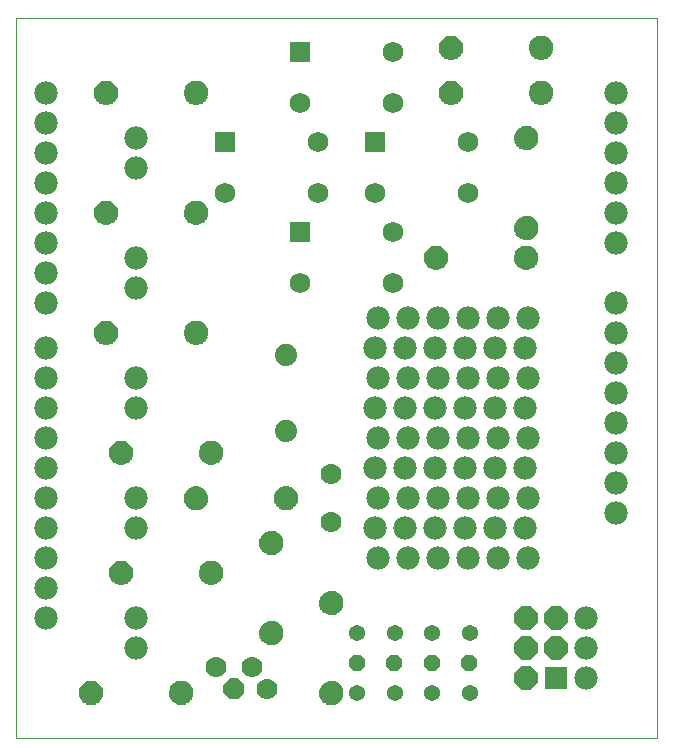
<source format=gbs>
G75*
%MOIN*%
%OFA0B0*%
%FSLAX24Y24*%
%IPPOS*%
%LPD*%
%AMOC8*
5,1,8,0,0,1.08239X$1,22.5*
%
%ADD10C,0.0000*%
%ADD11C,0.0780*%
%ADD12C,0.0050*%
%ADD13C,0.0740*%
%ADD14R,0.0690X0.0690*%
%ADD15C,0.0690*%
%ADD16OC8,0.0540*%
%ADD17C,0.0540*%
%ADD18C,0.0700*%
%ADD19R,0.0780X0.0780*%
%ADD20OC8,0.0780*%
%ADD21OC8,0.0700*%
D10*
X010333Y007000D02*
X010333Y030996D01*
X031703Y030996D01*
X031703Y007000D01*
X010333Y007000D01*
D11*
X014333Y010000D03*
X014333Y011000D03*
X011333Y011000D03*
X011333Y012000D03*
X011333Y013000D03*
X011333Y014000D03*
X011333Y015000D03*
X011333Y016000D03*
X011333Y017000D03*
X011333Y018000D03*
X011333Y019000D03*
X011333Y020000D03*
X011333Y021500D03*
X011333Y022500D03*
X011333Y023500D03*
X011333Y024500D03*
X011333Y025500D03*
X011333Y026500D03*
X011333Y027500D03*
X011333Y028500D03*
X014333Y027000D03*
X014333Y026000D03*
X014333Y023000D03*
X014333Y022000D03*
X014333Y019000D03*
X014333Y018000D03*
X014333Y015000D03*
X014333Y014000D03*
X022283Y014000D03*
X023283Y014000D03*
X024283Y014000D03*
X025283Y014000D03*
X026283Y014000D03*
X027283Y014000D03*
X027383Y015000D03*
X026383Y015000D03*
X025383Y015000D03*
X024383Y015000D03*
X023383Y015000D03*
X022383Y015000D03*
X022283Y016000D03*
X023283Y016000D03*
X024283Y016000D03*
X025283Y016000D03*
X026283Y016000D03*
X027283Y016000D03*
X027383Y017000D03*
X026383Y017000D03*
X025383Y017000D03*
X024383Y017000D03*
X023383Y017000D03*
X022383Y017000D03*
X022283Y018000D03*
X023283Y018000D03*
X024283Y018000D03*
X025283Y018000D03*
X026283Y018000D03*
X027283Y018000D03*
X027383Y019000D03*
X026383Y019000D03*
X025383Y019000D03*
X024383Y019000D03*
X023383Y019000D03*
X022383Y019000D03*
X022283Y020000D03*
X023283Y020000D03*
X024283Y020000D03*
X025283Y020000D03*
X026283Y020000D03*
X027283Y020000D03*
X027383Y021000D03*
X026383Y021000D03*
X025383Y021000D03*
X024383Y021000D03*
X023383Y021000D03*
X022383Y021000D03*
X030333Y020500D03*
X030333Y019500D03*
X030333Y018500D03*
X030333Y017500D03*
X030333Y016500D03*
X030333Y015500D03*
X030333Y014500D03*
X027383Y013000D03*
X026383Y013000D03*
X025383Y013000D03*
X024383Y013000D03*
X023383Y013000D03*
X022383Y013000D03*
X029333Y011000D03*
X029333Y010000D03*
X029333Y009000D03*
X030333Y021500D03*
X030333Y023500D03*
X030333Y024500D03*
X030333Y025500D03*
X030333Y026500D03*
X030333Y027500D03*
X030333Y028500D03*
D12*
X028210Y028493D02*
X028202Y028421D01*
X028181Y028352D01*
X028146Y028289D01*
X028099Y028233D01*
X028043Y028188D01*
X027979Y028155D01*
X027909Y028134D01*
X027837Y028128D01*
X027765Y028134D01*
X027695Y028154D01*
X027630Y028188D01*
X027574Y028233D01*
X027527Y028289D01*
X027492Y028352D01*
X027469Y028422D01*
X027461Y028494D01*
X027466Y028560D01*
X027483Y028624D01*
X027510Y028684D01*
X027547Y028739D01*
X027593Y028786D01*
X027647Y028825D01*
X027707Y028854D01*
X027770Y028871D01*
X027836Y028878D01*
X027902Y028871D01*
X027966Y028853D01*
X028025Y028824D01*
X028079Y028786D01*
X028125Y028738D01*
X028162Y028683D01*
X028189Y028623D01*
X028206Y028559D01*
X028210Y028493D01*
X028208Y028470D02*
X027464Y028470D01*
X027463Y028518D02*
X028209Y028518D01*
X028204Y028567D02*
X027468Y028567D01*
X027480Y028615D02*
X028191Y028615D01*
X028171Y028664D02*
X027501Y028664D01*
X027529Y028712D02*
X028143Y028712D01*
X028103Y028761D02*
X027568Y028761D01*
X027625Y028809D02*
X028047Y028809D01*
X027950Y028858D02*
X027721Y028858D01*
X027470Y028421D02*
X028202Y028421D01*
X028187Y028373D02*
X027485Y028373D01*
X027507Y028324D02*
X028165Y028324D01*
X028135Y028276D02*
X027538Y028276D01*
X027581Y028227D02*
X028092Y028227D01*
X028025Y028179D02*
X027648Y028179D01*
X027812Y028130D02*
X027862Y028130D01*
X027454Y027354D02*
X027390Y027370D01*
X027324Y027375D01*
X027252Y027367D01*
X027183Y027345D01*
X027119Y027310D01*
X027063Y027263D01*
X027018Y027206D01*
X026985Y027141D01*
X026964Y027071D01*
X026958Y026999D01*
X026965Y026927D01*
X026985Y026857D01*
X027018Y026793D01*
X027064Y026737D01*
X027119Y026690D01*
X027182Y026656D01*
X027251Y026634D01*
X027323Y026626D01*
X027389Y026631D01*
X027453Y026647D01*
X027514Y026674D01*
X027569Y026711D01*
X027616Y026757D01*
X027655Y026811D01*
X027684Y026871D01*
X027702Y026934D01*
X027708Y027000D01*
X027702Y027066D01*
X027684Y027130D01*
X027655Y027189D01*
X027617Y027243D01*
X027569Y027289D01*
X027515Y027326D01*
X027454Y027354D01*
X027452Y027354D02*
X027212Y027354D01*
X027114Y027306D02*
X027545Y027306D01*
X027602Y027257D02*
X027059Y027257D01*
X027020Y027209D02*
X027641Y027209D01*
X027669Y027160D02*
X026994Y027160D01*
X026976Y027112D02*
X027689Y027112D01*
X027702Y027063D02*
X026964Y027063D01*
X026960Y027015D02*
X027707Y027015D01*
X027705Y026966D02*
X026961Y026966D01*
X026967Y026918D02*
X027697Y026918D01*
X027683Y026869D02*
X026981Y026869D01*
X027004Y026821D02*
X027659Y026821D01*
X027627Y026772D02*
X027035Y026772D01*
X027079Y026724D02*
X027581Y026724D01*
X027515Y026675D02*
X027147Y026675D01*
X027317Y026627D02*
X027332Y026627D01*
X025143Y028286D02*
X025096Y028230D01*
X025040Y028185D01*
X024976Y028152D01*
X024906Y028131D01*
X024834Y028125D01*
X024762Y028131D01*
X024692Y028151D01*
X024627Y028185D01*
X024571Y028230D01*
X024524Y028286D01*
X024489Y028349D01*
X024466Y028419D01*
X024458Y028491D01*
X024463Y028557D01*
X024480Y028621D01*
X024507Y028681D01*
X024544Y028736D01*
X024590Y028783D01*
X024644Y028822D01*
X024704Y028851D01*
X024768Y028868D01*
X024833Y028875D01*
X024899Y028868D01*
X024963Y028850D01*
X025022Y028821D01*
X025076Y028783D01*
X025122Y028735D01*
X025159Y028681D01*
X025186Y028620D01*
X025203Y028556D01*
X025207Y028490D01*
X025199Y028418D01*
X025178Y028349D01*
X025143Y028286D01*
X025135Y028276D02*
X024532Y028276D01*
X024502Y028324D02*
X025164Y028324D01*
X025185Y028373D02*
X024481Y028373D01*
X024466Y028421D02*
X025200Y028421D01*
X025205Y028470D02*
X024461Y028470D01*
X024460Y028518D02*
X025205Y028518D01*
X025200Y028567D02*
X024466Y028567D01*
X024478Y028615D02*
X025188Y028615D01*
X025167Y028664D02*
X024499Y028664D01*
X024528Y028712D02*
X025138Y028712D01*
X025097Y028761D02*
X024568Y028761D01*
X024626Y028809D02*
X025039Y028809D01*
X024937Y028858D02*
X024729Y028858D01*
X024574Y028227D02*
X025093Y028227D01*
X025028Y028179D02*
X024639Y028179D01*
X024774Y028130D02*
X024893Y028130D01*
X024834Y029625D02*
X024906Y029631D01*
X024976Y029652D01*
X025040Y029685D01*
X025096Y029730D01*
X025143Y029786D01*
X025178Y029849D01*
X025199Y029918D01*
X025207Y029990D01*
X025203Y030056D01*
X025186Y030120D01*
X025159Y030181D01*
X025122Y030235D01*
X025076Y030283D01*
X025022Y030321D01*
X024963Y030350D01*
X024899Y030368D01*
X024833Y030375D01*
X024768Y030368D01*
X024704Y030351D01*
X024644Y030322D01*
X024590Y030283D01*
X024544Y030236D01*
X024507Y030181D01*
X024480Y030121D01*
X024463Y030057D01*
X024458Y029991D01*
X024466Y029919D01*
X024489Y029849D01*
X024524Y029786D01*
X024571Y029730D01*
X024627Y029685D01*
X024692Y029651D01*
X024762Y029631D01*
X024834Y029625D01*
X024914Y029634D02*
X024753Y029634D01*
X024632Y029682D02*
X025035Y029682D01*
X025097Y029731D02*
X024570Y029731D01*
X024529Y029779D02*
X025138Y029779D01*
X025166Y029828D02*
X024501Y029828D01*
X024480Y029876D02*
X025186Y029876D01*
X025200Y029925D02*
X024466Y029925D01*
X024460Y029973D02*
X025206Y029973D01*
X025205Y030022D02*
X024461Y030022D01*
X024467Y030070D02*
X025199Y030070D01*
X025187Y030119D02*
X024479Y030119D01*
X024501Y030167D02*
X025165Y030167D01*
X025135Y030216D02*
X024530Y030216D01*
X024572Y030264D02*
X025094Y030264D01*
X025035Y030313D02*
X024631Y030313D01*
X024741Y030361D02*
X024924Y030361D01*
X027466Y030060D02*
X027483Y030124D01*
X027510Y030184D01*
X027547Y030239D01*
X027593Y030286D01*
X027647Y030325D01*
X027707Y030354D01*
X027770Y030371D01*
X027836Y030378D01*
X027902Y030371D01*
X027966Y030353D01*
X028025Y030324D01*
X028079Y030286D01*
X028125Y030238D01*
X028162Y030183D01*
X028189Y030123D01*
X028206Y030059D01*
X028210Y029993D01*
X028202Y029921D01*
X028181Y029852D01*
X028146Y029789D01*
X028099Y029733D01*
X028043Y029688D01*
X027979Y029655D01*
X027909Y029634D01*
X027837Y029628D01*
X027765Y029634D01*
X027695Y029654D01*
X027630Y029688D01*
X027574Y029733D01*
X027527Y029789D01*
X027492Y029852D01*
X027469Y029922D01*
X027461Y029994D01*
X027466Y030060D01*
X027469Y030070D02*
X028203Y030070D01*
X028208Y030022D02*
X027463Y030022D01*
X027464Y029973D02*
X028208Y029973D01*
X028203Y029925D02*
X027469Y029925D01*
X027484Y029876D02*
X028188Y029876D01*
X028167Y029828D02*
X027505Y029828D01*
X027535Y029779D02*
X028138Y029779D01*
X028096Y029731D02*
X027577Y029731D01*
X027641Y029682D02*
X028032Y029682D01*
X027902Y029634D02*
X027771Y029634D01*
X027481Y030119D02*
X028190Y030119D01*
X028170Y030167D02*
X027502Y030167D01*
X027531Y030216D02*
X028140Y030216D01*
X028100Y030264D02*
X027572Y030264D01*
X027630Y030313D02*
X028042Y030313D01*
X027938Y030361D02*
X027734Y030361D01*
X027327Y024372D02*
X027393Y024367D01*
X027457Y024351D01*
X027518Y024323D01*
X027572Y024286D01*
X027620Y024240D01*
X027658Y024186D01*
X027687Y024127D01*
X027705Y024063D01*
X027711Y023997D01*
X027705Y023931D01*
X027687Y023868D01*
X027658Y023808D01*
X027619Y023754D01*
X027572Y023708D01*
X027517Y023671D01*
X027456Y023644D01*
X027392Y023628D01*
X027326Y023623D01*
X027254Y023631D01*
X027185Y023653D01*
X027122Y023687D01*
X027067Y023734D01*
X027021Y023790D01*
X026988Y023854D01*
X026968Y023924D01*
X026961Y023996D01*
X026967Y024068D01*
X026988Y024138D01*
X027021Y024203D01*
X027066Y024260D01*
X027122Y024307D01*
X027186Y024342D01*
X027255Y024364D01*
X027327Y024372D01*
X027202Y024347D02*
X027465Y024347D01*
X027554Y024299D02*
X027113Y024299D01*
X027059Y024250D02*
X027609Y024250D01*
X027647Y024202D02*
X027020Y024202D01*
X026995Y024153D02*
X027674Y024153D01*
X027693Y024105D02*
X026978Y024105D01*
X026966Y024056D02*
X027705Y024056D01*
X027710Y024008D02*
X026962Y024008D01*
X026965Y023959D02*
X027707Y023959D01*
X027699Y023911D02*
X026972Y023911D01*
X026986Y023862D02*
X027684Y023862D01*
X027660Y023814D02*
X027009Y023814D01*
X027041Y023765D02*
X027627Y023765D01*
X027580Y023717D02*
X027087Y023717D01*
X027157Y023668D02*
X027510Y023668D01*
X027402Y023371D02*
X027466Y023353D01*
X027525Y023324D01*
X027579Y023286D01*
X027625Y023238D01*
X027662Y023183D01*
X027009Y023183D01*
X027010Y023184D02*
X027047Y023239D01*
X027093Y023286D01*
X027147Y023325D01*
X027207Y023354D01*
X027270Y023371D01*
X027336Y023378D01*
X027402Y023371D01*
X027345Y023377D02*
X027327Y023377D01*
X027155Y023329D02*
X027517Y023329D01*
X027584Y023280D02*
X027087Y023280D01*
X027042Y023232D02*
X027630Y023232D01*
X027662Y023183D02*
X027689Y023123D01*
X027706Y023059D01*
X027710Y022993D01*
X027702Y022921D01*
X027681Y022852D01*
X027646Y022789D01*
X027599Y022733D01*
X027543Y022688D01*
X027479Y022655D01*
X027409Y022634D01*
X027337Y022628D01*
X027265Y022634D01*
X027195Y022654D01*
X027130Y022688D01*
X027074Y022733D01*
X027027Y022789D01*
X026992Y022852D01*
X026969Y022922D01*
X026961Y022994D01*
X026966Y023060D01*
X026983Y023124D01*
X027010Y023184D01*
X026987Y023135D02*
X027684Y023135D01*
X027699Y023086D02*
X026973Y023086D01*
X026965Y023038D02*
X027707Y023038D01*
X027710Y022989D02*
X026962Y022989D01*
X026967Y022941D02*
X027705Y022941D01*
X027693Y022892D02*
X026979Y022892D01*
X026996Y022844D02*
X027676Y022844D01*
X027649Y022795D02*
X027023Y022795D01*
X027062Y022747D02*
X027611Y022747D01*
X027556Y022698D02*
X027117Y022698D01*
X027211Y022650D02*
X027462Y022650D01*
X024702Y022941D02*
X023964Y022941D01*
X023966Y022919D02*
X023958Y022991D01*
X023963Y023057D01*
X023980Y023121D01*
X024007Y023181D01*
X024044Y023236D01*
X024090Y023283D01*
X024144Y023322D01*
X024204Y023351D01*
X024268Y023368D01*
X024333Y023375D01*
X024399Y023368D01*
X024463Y023350D01*
X024522Y023321D01*
X024576Y023283D01*
X024622Y023235D01*
X024659Y023181D01*
X024686Y023120D01*
X024703Y023056D01*
X024707Y022990D01*
X024699Y022918D01*
X024678Y022849D01*
X024643Y022786D01*
X024596Y022730D01*
X024540Y022685D01*
X024476Y022652D01*
X024406Y022631D01*
X024334Y022625D01*
X024262Y022631D01*
X024192Y022651D01*
X024127Y022685D01*
X024071Y022730D01*
X024024Y022786D01*
X023989Y022849D01*
X023966Y022919D01*
X023975Y022892D02*
X024691Y022892D01*
X024675Y022844D02*
X023992Y022844D01*
X024018Y022795D02*
X024648Y022795D01*
X024610Y022747D02*
X024057Y022747D01*
X024111Y022698D02*
X024556Y022698D01*
X024469Y022650D02*
X024198Y022650D01*
X023959Y022989D02*
X024707Y022989D01*
X024704Y023038D02*
X023962Y023038D01*
X023971Y023086D02*
X024695Y023086D01*
X024680Y023135D02*
X023986Y023135D01*
X024008Y023183D02*
X024657Y023183D01*
X024625Y023232D02*
X024041Y023232D01*
X024087Y023280D02*
X024579Y023280D01*
X024508Y023329D02*
X024158Y023329D01*
X016702Y024421D02*
X016681Y024352D01*
X016646Y024289D01*
X016599Y024233D01*
X016543Y024188D01*
X016479Y024155D01*
X016409Y024134D01*
X016337Y024128D01*
X016265Y024134D01*
X016195Y024154D01*
X016130Y024188D01*
X016074Y024233D01*
X016027Y024289D01*
X015992Y024352D01*
X015969Y024422D01*
X015961Y024494D01*
X015966Y024560D01*
X015983Y024624D01*
X016010Y024684D01*
X016047Y024739D01*
X016093Y024786D01*
X016147Y024825D01*
X016207Y024854D01*
X016270Y024871D01*
X016336Y024878D01*
X016402Y024871D01*
X016466Y024853D01*
X016525Y024824D01*
X016579Y024786D01*
X016625Y024738D01*
X016662Y024683D01*
X016689Y024623D01*
X016706Y024559D01*
X016710Y024493D01*
X016702Y024421D01*
X016705Y024444D02*
X015967Y024444D01*
X015962Y024493D02*
X016710Y024493D01*
X016707Y024541D02*
X015965Y024541D01*
X015974Y024590D02*
X016698Y024590D01*
X016683Y024638D02*
X015989Y024638D01*
X016011Y024687D02*
X016660Y024687D01*
X016627Y024735D02*
X016045Y024735D01*
X016091Y024784D02*
X016581Y024784D01*
X016509Y024832D02*
X016162Y024832D01*
X015978Y024396D02*
X016694Y024396D01*
X016678Y024347D02*
X015994Y024347D01*
X016021Y024299D02*
X016651Y024299D01*
X016614Y024250D02*
X016059Y024250D01*
X016113Y024202D02*
X016560Y024202D01*
X016474Y024153D02*
X016199Y024153D01*
X013699Y024418D02*
X013678Y024349D01*
X013643Y024286D01*
X013596Y024230D01*
X013540Y024185D01*
X013476Y024152D01*
X013406Y024131D01*
X013334Y024125D01*
X013262Y024131D01*
X013192Y024151D01*
X013127Y024185D01*
X013071Y024230D01*
X013024Y024286D01*
X012989Y024349D01*
X012966Y024419D01*
X012958Y024491D01*
X012963Y024557D01*
X012980Y024621D01*
X013007Y024681D01*
X013044Y024736D01*
X013090Y024783D01*
X013144Y024822D01*
X013204Y024851D01*
X013268Y024868D01*
X013333Y024875D01*
X013399Y024868D01*
X013463Y024850D01*
X013522Y024821D01*
X013576Y024783D01*
X013622Y024735D01*
X013044Y024735D01*
X013011Y024687D02*
X013655Y024687D01*
X013659Y024681D02*
X013686Y024620D01*
X013703Y024556D01*
X013707Y024490D01*
X013699Y024418D01*
X013692Y024396D02*
X012974Y024396D01*
X012964Y024444D02*
X013702Y024444D01*
X013707Y024493D02*
X012958Y024493D01*
X012962Y024541D02*
X013704Y024541D01*
X013694Y024590D02*
X012972Y024590D01*
X012987Y024638D02*
X013678Y024638D01*
X013659Y024681D02*
X013622Y024735D01*
X013575Y024784D02*
X013091Y024784D01*
X013165Y024832D02*
X013500Y024832D01*
X013677Y024347D02*
X012990Y024347D01*
X013017Y024299D02*
X013650Y024299D01*
X013613Y024250D02*
X013054Y024250D01*
X013106Y024202D02*
X013561Y024202D01*
X013479Y024153D02*
X013189Y024153D01*
X013333Y020875D02*
X013268Y020868D01*
X013204Y020851D01*
X013144Y020822D01*
X013090Y020783D01*
X013044Y020736D01*
X013007Y020681D01*
X012980Y020621D01*
X012963Y020557D01*
X012958Y020491D01*
X012966Y020419D01*
X012989Y020349D01*
X013024Y020286D01*
X013071Y020230D01*
X013127Y020185D01*
X013192Y020151D01*
X013262Y020131D01*
X013334Y020125D01*
X013406Y020131D01*
X013476Y020152D01*
X013540Y020185D01*
X013596Y020230D01*
X013643Y020286D01*
X013678Y020349D01*
X013699Y020418D01*
X013707Y020490D01*
X013703Y020556D01*
X013686Y020620D01*
X013659Y020681D01*
X013622Y020735D01*
X013576Y020783D01*
X013522Y020821D01*
X013463Y020850D01*
X013399Y020868D01*
X013333Y020875D01*
X013220Y020855D02*
X013446Y020855D01*
X013543Y020807D02*
X013123Y020807D01*
X013066Y020758D02*
X013600Y020758D01*
X013640Y020710D02*
X013026Y020710D01*
X012998Y020661D02*
X013668Y020661D01*
X013688Y020613D02*
X012978Y020613D01*
X012965Y020564D02*
X013700Y020564D01*
X013705Y020516D02*
X012960Y020516D01*
X012961Y020467D02*
X013705Y020467D01*
X013700Y020419D02*
X012967Y020419D01*
X012982Y020370D02*
X013684Y020370D01*
X013663Y020322D02*
X013004Y020322D01*
X013034Y020273D02*
X013632Y020273D01*
X013589Y020225D02*
X013077Y020225D01*
X013144Y020176D02*
X013523Y020176D01*
X013364Y020128D02*
X013304Y020128D01*
X015969Y020422D02*
X015961Y020494D01*
X015966Y020560D01*
X015983Y020624D01*
X016010Y020684D01*
X016047Y020739D01*
X016093Y020786D01*
X016147Y020825D01*
X016207Y020854D01*
X016270Y020871D01*
X016336Y020878D01*
X016402Y020871D01*
X016466Y020853D01*
X016525Y020824D01*
X016579Y020786D01*
X016625Y020738D01*
X016662Y020683D01*
X016689Y020623D01*
X016706Y020559D01*
X016710Y020493D01*
X016702Y020421D01*
X016681Y020352D01*
X016646Y020289D01*
X016599Y020233D01*
X016543Y020188D01*
X016479Y020155D01*
X016409Y020134D01*
X016337Y020128D01*
X016265Y020134D01*
X016195Y020154D01*
X016130Y020188D01*
X016074Y020233D01*
X016027Y020289D01*
X015992Y020352D01*
X015969Y020422D01*
X015970Y020419D02*
X016702Y020419D01*
X016708Y020467D02*
X015964Y020467D01*
X015963Y020516D02*
X016709Y020516D01*
X016704Y020564D02*
X015967Y020564D01*
X015980Y020613D02*
X016692Y020613D01*
X016672Y020661D02*
X015999Y020661D01*
X016027Y020710D02*
X016645Y020710D01*
X016606Y020758D02*
X016066Y020758D01*
X016122Y020807D02*
X016550Y020807D01*
X016459Y020855D02*
X016212Y020855D01*
X015986Y020370D02*
X016686Y020370D01*
X016664Y020322D02*
X016009Y020322D01*
X016040Y020273D02*
X016633Y020273D01*
X016589Y020225D02*
X016084Y020225D01*
X016153Y020176D02*
X016520Y020176D01*
X016836Y016878D02*
X016902Y016871D01*
X016966Y016853D01*
X017025Y016824D01*
X017079Y016786D01*
X017125Y016738D01*
X017162Y016683D01*
X017189Y016623D01*
X017206Y016559D01*
X017210Y016493D01*
X017202Y016421D01*
X017181Y016352D01*
X017146Y016289D01*
X017099Y016233D01*
X017043Y016188D01*
X016979Y016155D01*
X016909Y016134D01*
X016837Y016128D01*
X016765Y016134D01*
X016695Y016154D01*
X016630Y016188D01*
X016574Y016233D01*
X016527Y016289D01*
X016492Y016352D01*
X016469Y016422D01*
X016461Y016494D01*
X016466Y016560D01*
X016483Y016624D01*
X016510Y016684D01*
X017162Y016684D01*
X017184Y016636D02*
X016488Y016636D01*
X016473Y016587D02*
X017198Y016587D01*
X017207Y016539D02*
X016465Y016539D01*
X016462Y016490D02*
X017210Y016490D01*
X017205Y016442D02*
X016467Y016442D01*
X016479Y016393D02*
X017194Y016393D01*
X017177Y016345D02*
X016496Y016345D01*
X016523Y016296D02*
X017150Y016296D01*
X017111Y016248D02*
X016561Y016248D01*
X016616Y016199D02*
X017057Y016199D01*
X016965Y016151D02*
X016708Y016151D01*
X016510Y016684D02*
X016547Y016739D01*
X016593Y016786D01*
X016647Y016825D01*
X016707Y016854D01*
X016770Y016871D01*
X016836Y016878D01*
X016657Y016830D02*
X017015Y016830D01*
X017083Y016781D02*
X016588Y016781D01*
X016543Y016733D02*
X017129Y016733D01*
X016472Y015346D02*
X016536Y015312D01*
X016593Y015267D01*
X016640Y015211D01*
X016675Y015148D01*
X016697Y015078D01*
X016705Y015006D01*
X016700Y014940D01*
X016684Y014876D01*
X016657Y014816D01*
X016619Y014761D01*
X016573Y014714D01*
X016519Y014675D01*
X016460Y014646D01*
X016396Y014629D01*
X016330Y014622D01*
X016265Y014629D01*
X016201Y014647D01*
X016141Y014676D01*
X016088Y014714D01*
X016042Y014762D01*
X016004Y014817D01*
X015977Y014877D01*
X015961Y014941D01*
X015956Y015007D01*
X015964Y015079D01*
X015986Y015148D01*
X016021Y015211D01*
X016067Y015267D01*
X016124Y015312D01*
X016188Y015345D01*
X016257Y015366D01*
X016329Y015372D01*
X016402Y015366D01*
X016472Y015346D01*
X016510Y015326D02*
X016151Y015326D01*
X016081Y015278D02*
X016580Y015278D01*
X016625Y015229D02*
X016036Y015229D01*
X016004Y015181D02*
X016657Y015181D01*
X016680Y015132D02*
X015981Y015132D01*
X015966Y015084D02*
X016696Y015084D01*
X016702Y015035D02*
X015959Y015035D01*
X015958Y014987D02*
X016704Y014987D01*
X016700Y014938D02*
X015962Y014938D01*
X015974Y014890D02*
X016687Y014890D01*
X016668Y014841D02*
X015993Y014841D01*
X016021Y014793D02*
X016641Y014793D01*
X016603Y014744D02*
X016059Y014744D01*
X016114Y014696D02*
X016548Y014696D01*
X016461Y014647D02*
X016200Y014647D01*
X018485Y013641D02*
X018518Y013706D01*
X018563Y013763D01*
X018619Y013810D01*
X018683Y013845D01*
X018752Y013867D01*
X018824Y013875D01*
X018890Y013870D01*
X018954Y013854D01*
X019015Y013826D01*
X019069Y013789D01*
X019117Y013743D01*
X019155Y013689D01*
X019184Y013630D01*
X019202Y013566D01*
X019208Y013500D01*
X019202Y013434D01*
X019184Y013371D01*
X019155Y013311D01*
X019116Y013257D01*
X019069Y013211D01*
X019014Y013174D01*
X018953Y013147D01*
X018889Y013131D01*
X018823Y013126D01*
X018751Y013134D01*
X018682Y013156D01*
X018619Y013190D01*
X018564Y013237D01*
X018518Y013293D01*
X018485Y013357D01*
X018465Y013427D01*
X018458Y013499D01*
X018464Y013571D01*
X018485Y013641D01*
X018481Y013629D02*
X019184Y013629D01*
X019198Y013580D02*
X018467Y013580D01*
X018461Y013532D02*
X019205Y013532D01*
X019207Y013483D02*
X018460Y013483D01*
X018464Y013435D02*
X019202Y013435D01*
X019188Y013386D02*
X018477Y013386D01*
X018495Y013338D02*
X019168Y013338D01*
X019139Y013289D02*
X018522Y013289D01*
X018561Y013241D02*
X019099Y013241D01*
X019040Y013192D02*
X018617Y013192D01*
X018721Y013144D02*
X018940Y013144D01*
X019161Y013677D02*
X018503Y013677D01*
X018534Y013726D02*
X019129Y013726D01*
X019085Y013774D02*
X018577Y013774D01*
X018642Y013823D02*
X019020Y013823D01*
X018876Y013871D02*
X018790Y013871D01*
X019144Y014679D02*
X019091Y014717D01*
X019045Y014765D01*
X019007Y014819D01*
X018980Y014880D01*
X018964Y014944D01*
X018959Y015010D01*
X018967Y015082D01*
X018989Y015151D01*
X019024Y015214D01*
X019070Y015270D01*
X019127Y015315D01*
X019191Y015348D01*
X019260Y015369D01*
X019332Y015375D01*
X019405Y015369D01*
X019475Y015349D01*
X019539Y015315D01*
X019596Y015270D01*
X019643Y015214D01*
X019678Y015151D01*
X019700Y015081D01*
X019708Y015009D01*
X019703Y014943D01*
X019687Y014879D01*
X019660Y014819D01*
X019622Y014764D01*
X019576Y014717D01*
X019522Y014678D01*
X019463Y014649D01*
X019399Y014632D01*
X019333Y014625D01*
X019268Y014632D01*
X019204Y014650D01*
X019144Y014679D01*
X019121Y014696D02*
X019547Y014696D01*
X019603Y014744D02*
X019065Y014744D01*
X019026Y014793D02*
X019642Y014793D01*
X019670Y014841D02*
X018998Y014841D01*
X018978Y014890D02*
X019690Y014890D01*
X019702Y014938D02*
X018966Y014938D01*
X018961Y014987D02*
X019707Y014987D01*
X019705Y015035D02*
X018962Y015035D01*
X018968Y015084D02*
X019699Y015084D01*
X019684Y015132D02*
X018983Y015132D01*
X019005Y015181D02*
X019662Y015181D01*
X019631Y015229D02*
X019036Y015229D01*
X019080Y015278D02*
X019586Y015278D01*
X019518Y015326D02*
X019148Y015326D01*
X019328Y015375D02*
X019337Y015375D01*
X019455Y014647D02*
X019213Y014647D01*
X017125Y012738D02*
X017079Y012786D01*
X017025Y012824D01*
X016966Y012853D01*
X016902Y012871D01*
X016836Y012878D01*
X016770Y012871D01*
X016707Y012854D01*
X016647Y012825D01*
X016593Y012786D01*
X016547Y012739D01*
X016510Y012684D01*
X016483Y012624D01*
X016466Y012560D01*
X016461Y012494D01*
X016469Y012422D01*
X016492Y012352D01*
X016527Y012289D01*
X016574Y012233D01*
X016630Y012188D01*
X016695Y012154D01*
X016765Y012134D01*
X016837Y012128D01*
X016909Y012134D01*
X016979Y012155D01*
X017043Y012188D01*
X017099Y012233D01*
X017146Y012289D01*
X017181Y012352D01*
X017202Y012421D01*
X017210Y012493D01*
X017206Y012559D01*
X017189Y012623D01*
X017162Y012683D01*
X017125Y012738D01*
X017108Y012756D02*
X016563Y012756D01*
X016525Y012707D02*
X017146Y012707D01*
X017173Y012659D02*
X016498Y012659D01*
X016479Y012610D02*
X017193Y012610D01*
X017205Y012562D02*
X016467Y012562D01*
X016463Y012513D02*
X017209Y012513D01*
X017207Y012465D02*
X016465Y012465D01*
X016471Y012416D02*
X017201Y012416D01*
X017186Y012368D02*
X016487Y012368D01*
X016510Y012319D02*
X017163Y012319D01*
X017131Y012271D02*
X016542Y012271D01*
X016587Y012222D02*
X017086Y012222D01*
X017015Y012174D02*
X016658Y012174D01*
X016618Y012804D02*
X017054Y012804D01*
X016967Y012853D02*
X016705Y012853D01*
X014203Y012556D02*
X014207Y012490D01*
X014199Y012418D01*
X014178Y012349D01*
X014143Y012286D01*
X014096Y012230D01*
X014040Y012185D01*
X013976Y012152D01*
X013906Y012131D01*
X013834Y012125D01*
X013762Y012131D01*
X013692Y012151D01*
X013627Y012185D01*
X013571Y012230D01*
X013524Y012286D01*
X013489Y012349D01*
X013466Y012419D01*
X013458Y012491D01*
X013463Y012557D01*
X013480Y012621D01*
X013507Y012681D01*
X013544Y012736D01*
X013590Y012783D01*
X013644Y012822D01*
X013704Y012851D01*
X013768Y012868D01*
X013833Y012875D01*
X013899Y012868D01*
X013963Y012850D01*
X014022Y012821D01*
X014076Y012783D01*
X014122Y012735D01*
X014159Y012681D01*
X014186Y012620D01*
X014203Y012556D01*
X014201Y012562D02*
X013465Y012562D01*
X013460Y012513D02*
X014206Y012513D01*
X014205Y012465D02*
X013461Y012465D01*
X013467Y012416D02*
X014199Y012416D01*
X014184Y012368D02*
X013483Y012368D01*
X013505Y012319D02*
X014161Y012319D01*
X014130Y012271D02*
X013536Y012271D01*
X013581Y012222D02*
X014086Y012222D01*
X014018Y012174D02*
X013649Y012174D01*
X013834Y012125D02*
X013835Y012125D01*
X014189Y012610D02*
X013477Y012610D01*
X013497Y012659D02*
X014169Y012659D01*
X014141Y012707D02*
X013524Y012707D01*
X013563Y012756D02*
X014102Y012756D01*
X014046Y012804D02*
X013619Y012804D01*
X013711Y012853D02*
X013955Y012853D01*
X013834Y016125D02*
X013906Y016131D01*
X013976Y016152D01*
X014040Y016185D01*
X014096Y016230D01*
X014143Y016286D01*
X014178Y016349D01*
X014199Y016418D01*
X014207Y016490D01*
X014203Y016556D01*
X014186Y016620D01*
X014159Y016681D01*
X014122Y016735D01*
X014076Y016783D01*
X014022Y016821D01*
X013963Y016850D01*
X013899Y016868D01*
X013833Y016875D01*
X013768Y016868D01*
X013704Y016851D01*
X013644Y016822D01*
X013590Y016783D01*
X013544Y016736D01*
X013507Y016681D01*
X013480Y016621D01*
X013463Y016557D01*
X013458Y016491D01*
X013466Y016419D01*
X013489Y016349D01*
X013524Y016286D01*
X013571Y016230D01*
X013627Y016185D01*
X013692Y016151D01*
X013762Y016131D01*
X013834Y016125D01*
X013695Y016151D02*
X013973Y016151D01*
X014058Y016199D02*
X013609Y016199D01*
X013556Y016248D02*
X014111Y016248D01*
X014149Y016296D02*
X013518Y016296D01*
X013491Y016345D02*
X014175Y016345D01*
X014192Y016393D02*
X013475Y016393D01*
X013464Y016442D02*
X014202Y016442D01*
X014207Y016490D02*
X013458Y016490D01*
X013462Y016539D02*
X014204Y016539D01*
X014195Y016587D02*
X013471Y016587D01*
X013486Y016636D02*
X014179Y016636D01*
X014157Y016684D02*
X013509Y016684D01*
X013542Y016733D02*
X014124Y016733D01*
X014078Y016781D02*
X013588Y016781D01*
X013660Y016830D02*
X014006Y016830D01*
X020619Y011810D02*
X020683Y011845D01*
X020752Y011867D01*
X020824Y011875D01*
X020890Y011870D01*
X020954Y011854D01*
X021015Y011826D01*
X021069Y011789D01*
X021117Y011743D01*
X021155Y011689D01*
X021184Y011630D01*
X021202Y011566D01*
X021208Y011500D01*
X021202Y011434D01*
X021184Y011371D01*
X021155Y011311D01*
X021116Y011257D01*
X021069Y011211D01*
X021014Y011174D01*
X020953Y011147D01*
X020889Y011131D01*
X020823Y011126D01*
X020751Y011134D01*
X020682Y011156D01*
X020619Y011190D01*
X020564Y011237D01*
X020518Y011293D01*
X020485Y011357D01*
X020465Y011427D01*
X020458Y011499D01*
X020464Y011571D01*
X020485Y011641D01*
X020518Y011706D01*
X020563Y011763D01*
X020619Y011810D01*
X020590Y011786D02*
X021073Y011786D01*
X021121Y011737D02*
X020543Y011737D01*
X020509Y011689D02*
X021156Y011689D01*
X021179Y011640D02*
X020484Y011640D01*
X020470Y011592D02*
X021195Y011592D01*
X021204Y011543D02*
X020462Y011543D01*
X020459Y011495D02*
X021208Y011495D01*
X021203Y011446D02*
X020463Y011446D01*
X020473Y011398D02*
X021191Y011398D01*
X021173Y011349D02*
X020489Y011349D01*
X020514Y011301D02*
X021147Y011301D01*
X021111Y011252D02*
X020551Y011252D01*
X020603Y011204D02*
X021057Y011204D01*
X020971Y011155D02*
X020684Y011155D01*
X020663Y011834D02*
X020998Y011834D01*
X019158Y010686D02*
X019187Y010627D01*
X019205Y010563D01*
X019211Y010497D01*
X019205Y010431D01*
X019187Y010368D01*
X019158Y010308D01*
X019119Y010254D01*
X019072Y010208D01*
X019017Y010171D01*
X018956Y010144D01*
X018892Y010128D01*
X018826Y010123D01*
X018754Y010131D01*
X018685Y010153D01*
X018622Y010187D01*
X018567Y010234D01*
X019098Y010234D01*
X019139Y010282D02*
X018528Y010282D01*
X018521Y010290D02*
X018488Y010354D01*
X018468Y010424D01*
X018461Y010496D01*
X018467Y010568D01*
X018488Y010638D01*
X018521Y010703D01*
X018566Y010760D01*
X018622Y010807D01*
X018686Y010842D01*
X018755Y010864D01*
X018827Y010872D01*
X018893Y010867D01*
X018957Y010851D01*
X019018Y010823D01*
X019072Y010786D01*
X019120Y010740D01*
X019158Y010686D01*
X019166Y010670D02*
X018504Y010670D01*
X018483Y010622D02*
X019188Y010622D01*
X019202Y010573D02*
X018469Y010573D01*
X018464Y010525D02*
X019209Y010525D01*
X019209Y010476D02*
X018463Y010476D01*
X018467Y010428D02*
X019204Y010428D01*
X019190Y010379D02*
X018481Y010379D01*
X018500Y010331D02*
X019169Y010331D01*
X019037Y010185D02*
X018626Y010185D01*
X018567Y010234D02*
X018521Y010290D01*
X018736Y010137D02*
X018927Y010137D01*
X019135Y010719D02*
X018534Y010719D01*
X018575Y010767D02*
X019092Y010767D01*
X019029Y010816D02*
X018638Y010816D01*
X018757Y010864D02*
X018905Y010864D01*
X020622Y008807D02*
X020686Y008842D01*
X020755Y008864D01*
X020827Y008872D01*
X020893Y008867D01*
X020957Y008851D01*
X021018Y008823D01*
X021072Y008786D01*
X021120Y008740D01*
X021158Y008686D01*
X021187Y008627D01*
X021205Y008563D01*
X021211Y008497D01*
X021205Y008431D01*
X021187Y008368D01*
X021158Y008308D01*
X021119Y008254D01*
X021072Y008208D01*
X021017Y008171D01*
X020956Y008144D01*
X020892Y008128D01*
X020826Y008123D01*
X020754Y008131D01*
X020685Y008153D01*
X020622Y008187D01*
X020567Y008234D01*
X020521Y008290D01*
X020488Y008354D01*
X020468Y008424D01*
X020461Y008496D01*
X020467Y008568D01*
X020488Y008638D01*
X020521Y008703D01*
X020566Y008760D01*
X020622Y008807D01*
X020659Y008827D02*
X021010Y008827D01*
X021080Y008779D02*
X020589Y008779D01*
X020543Y008730D02*
X021127Y008730D01*
X021160Y008682D02*
X020510Y008682D01*
X020486Y008633D02*
X021184Y008633D01*
X021199Y008585D02*
X020472Y008585D01*
X020465Y008536D02*
X021207Y008536D01*
X021210Y008488D02*
X020462Y008488D01*
X020466Y008439D02*
X021205Y008439D01*
X021193Y008391D02*
X020477Y008391D01*
X020494Y008342D02*
X021174Y008342D01*
X021147Y008294D02*
X020520Y008294D01*
X020558Y008245D02*
X021109Y008245D01*
X021054Y008197D02*
X020611Y008197D01*
X020700Y008148D02*
X020965Y008148D01*
X016210Y008493D02*
X016202Y008421D01*
X016181Y008352D01*
X016146Y008289D01*
X016099Y008233D01*
X016043Y008188D01*
X015979Y008155D01*
X015909Y008134D01*
X015837Y008128D01*
X015765Y008134D01*
X015695Y008154D01*
X015630Y008188D01*
X015574Y008233D01*
X015527Y008289D01*
X015492Y008352D01*
X015469Y008422D01*
X015461Y008494D01*
X015466Y008560D01*
X015483Y008624D01*
X015510Y008684D01*
X015547Y008739D01*
X015593Y008786D01*
X015647Y008825D01*
X015707Y008854D01*
X015770Y008871D01*
X015836Y008878D01*
X015902Y008871D01*
X015966Y008853D01*
X016025Y008824D01*
X016079Y008786D01*
X016125Y008738D01*
X016162Y008683D01*
X016189Y008623D01*
X016206Y008559D01*
X016210Y008493D01*
X016210Y008488D02*
X015462Y008488D01*
X015465Y008536D02*
X016207Y008536D01*
X016199Y008585D02*
X015473Y008585D01*
X015487Y008633D02*
X016185Y008633D01*
X016163Y008682D02*
X015509Y008682D01*
X015541Y008730D02*
X016131Y008730D01*
X016086Y008779D02*
X015586Y008779D01*
X015652Y008827D02*
X016020Y008827D01*
X015861Y008876D02*
X015811Y008876D01*
X015468Y008439D02*
X016204Y008439D01*
X016193Y008391D02*
X015479Y008391D01*
X015497Y008342D02*
X016175Y008342D01*
X016149Y008294D02*
X015524Y008294D01*
X015563Y008245D02*
X016109Y008245D01*
X016054Y008197D02*
X015619Y008197D01*
X015717Y008148D02*
X015957Y008148D01*
X013202Y008439D02*
X012464Y008439D01*
X012466Y008419D02*
X012458Y008491D01*
X012463Y008557D01*
X012480Y008621D01*
X012507Y008681D01*
X012544Y008736D01*
X012590Y008783D01*
X012644Y008822D01*
X012704Y008851D01*
X012768Y008868D01*
X012833Y008875D01*
X012899Y008868D01*
X012963Y008850D01*
X013022Y008821D01*
X013076Y008783D01*
X013122Y008735D01*
X013159Y008681D01*
X013186Y008620D01*
X013203Y008556D01*
X013207Y008490D01*
X013199Y008418D01*
X013178Y008349D01*
X013143Y008286D01*
X013096Y008230D01*
X013040Y008185D01*
X012976Y008152D01*
X012906Y008131D01*
X012834Y008125D01*
X012762Y008131D01*
X012692Y008151D01*
X012627Y008185D01*
X012571Y008230D01*
X012524Y008286D01*
X012489Y008349D01*
X012466Y008419D01*
X012475Y008391D02*
X013191Y008391D01*
X013174Y008342D02*
X012493Y008342D01*
X012519Y008294D02*
X013147Y008294D01*
X013109Y008245D02*
X012558Y008245D01*
X012613Y008197D02*
X013054Y008197D01*
X012964Y008148D02*
X012703Y008148D01*
X012459Y008488D02*
X013207Y008488D01*
X013204Y008536D02*
X012462Y008536D01*
X012470Y008585D02*
X013195Y008585D01*
X013181Y008633D02*
X012485Y008633D01*
X012507Y008682D02*
X013159Y008682D01*
X013126Y008730D02*
X012540Y008730D01*
X012586Y008779D02*
X013080Y008779D01*
X013011Y008827D02*
X012655Y008827D01*
X013334Y028125D02*
X013262Y028131D01*
X013192Y028151D01*
X013127Y028185D01*
X013071Y028230D01*
X013024Y028286D01*
X012989Y028349D01*
X012966Y028419D01*
X012958Y028491D01*
X012963Y028557D01*
X012980Y028621D01*
X013007Y028681D01*
X013044Y028736D01*
X013090Y028783D01*
X013144Y028822D01*
X013204Y028851D01*
X013268Y028868D01*
X013333Y028875D01*
X013399Y028868D01*
X013463Y028850D01*
X013522Y028821D01*
X013576Y028783D01*
X013622Y028735D01*
X013659Y028681D01*
X013686Y028620D01*
X013703Y028556D01*
X013707Y028490D01*
X013699Y028418D01*
X013678Y028349D01*
X013643Y028286D01*
X013596Y028230D01*
X013540Y028185D01*
X013476Y028152D01*
X013406Y028131D01*
X013334Y028125D01*
X013393Y028130D02*
X013274Y028130D01*
X013139Y028179D02*
X013528Y028179D01*
X013593Y028227D02*
X013074Y028227D01*
X013032Y028276D02*
X013635Y028276D01*
X013664Y028324D02*
X013002Y028324D01*
X012981Y028373D02*
X013685Y028373D01*
X013700Y028421D02*
X012966Y028421D01*
X012961Y028470D02*
X013705Y028470D01*
X013705Y028518D02*
X012960Y028518D01*
X012966Y028567D02*
X013700Y028567D01*
X013688Y028615D02*
X012978Y028615D01*
X012999Y028664D02*
X013667Y028664D01*
X013638Y028712D02*
X013028Y028712D01*
X013068Y028761D02*
X013597Y028761D01*
X013539Y028809D02*
X013126Y028809D01*
X013229Y028858D02*
X013437Y028858D01*
X015966Y028560D02*
X015983Y028624D01*
X016010Y028684D01*
X016047Y028739D01*
X016093Y028786D01*
X016147Y028825D01*
X016207Y028854D01*
X016270Y028871D01*
X016336Y028878D01*
X016402Y028871D01*
X016466Y028853D01*
X016525Y028824D01*
X016579Y028786D01*
X016625Y028738D01*
X016662Y028683D01*
X016689Y028623D01*
X016706Y028559D01*
X016710Y028493D01*
X016702Y028421D01*
X016681Y028352D01*
X016646Y028289D01*
X016599Y028233D01*
X016543Y028188D01*
X016479Y028155D01*
X016409Y028134D01*
X016337Y028128D01*
X016265Y028134D01*
X016195Y028154D01*
X016130Y028188D01*
X016074Y028233D01*
X016027Y028289D01*
X015992Y028352D01*
X015969Y028422D01*
X015961Y028494D01*
X015966Y028560D01*
X015968Y028567D02*
X016704Y028567D01*
X016709Y028518D02*
X015963Y028518D01*
X015964Y028470D02*
X016708Y028470D01*
X016702Y028421D02*
X015970Y028421D01*
X015985Y028373D02*
X016687Y028373D01*
X016665Y028324D02*
X016007Y028324D01*
X016038Y028276D02*
X016635Y028276D01*
X016592Y028227D02*
X016081Y028227D01*
X016148Y028179D02*
X016525Y028179D01*
X016362Y028130D02*
X016312Y028130D01*
X015980Y028615D02*
X016691Y028615D01*
X016671Y028664D02*
X016001Y028664D01*
X016029Y028712D02*
X016643Y028712D01*
X016603Y028761D02*
X016068Y028761D01*
X016125Y028809D02*
X016547Y028809D01*
X016450Y028858D02*
X016221Y028858D01*
D13*
X019333Y019780D03*
X019333Y017220D03*
D14*
X019783Y023850D03*
X017283Y026850D03*
X019783Y029850D03*
X022283Y026850D03*
D15*
X022883Y028150D03*
X022883Y029850D03*
X019783Y028150D03*
X020383Y026850D03*
X020383Y025150D03*
X022283Y025150D03*
X022883Y023850D03*
X022883Y022150D03*
X019783Y022150D03*
X017283Y025150D03*
X025383Y025150D03*
X025383Y026850D03*
D16*
X025433Y009500D03*
X024203Y009500D03*
X022933Y009500D03*
X021703Y009500D03*
D17*
X021703Y008500D03*
X022963Y008500D03*
X024203Y008500D03*
X025463Y008500D03*
X025463Y010500D03*
X024203Y010500D03*
X022963Y010500D03*
X021703Y010500D03*
D18*
X018683Y008619D03*
X018183Y009381D03*
X016983Y009381D03*
X020833Y014213D03*
X020833Y015787D03*
D19*
X028333Y009000D03*
D20*
X027333Y009000D03*
X027333Y010000D03*
X028333Y010000D03*
X028333Y011000D03*
X027333Y011000D03*
D21*
X017583Y008619D03*
M02*

</source>
